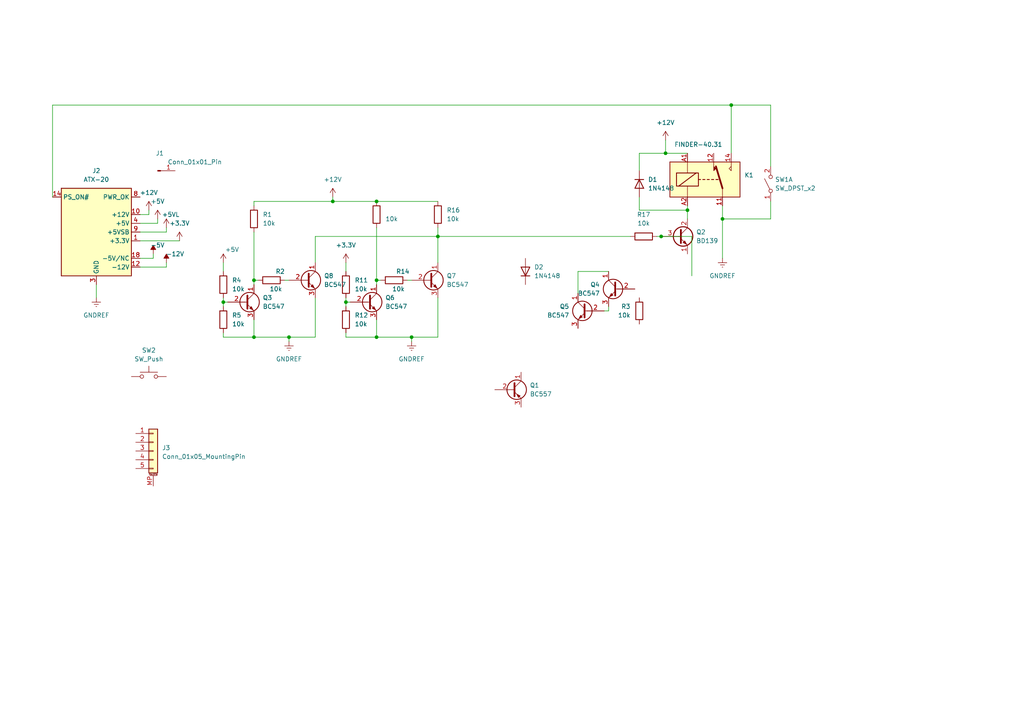
<source format=kicad_sch>
(kicad_sch (version 20230121) (generator eeschema)
  (paper "A4")
  (lib_symbols
    (symbol "Connector:ATX-20"
      (property "Reference" "J" (at -8.89 13.97 0))
      (property "Value" "ATX-20" (at 6.35 13.97 0))
      (symbol "ATX-20_0_1"
        (rectangle (start -10.16 12.7) (end 10.16 -12.7) (stroke (width 0.254)) (fill (type background)))
      )
      (symbol "ATX-20_1_1"
        (pin power_out line (at 12.7 -2.54 180) (length 2.54) (name "+3.3V") (number "1"))
        (pin power_out line (at 12.7 5.08 180) (length 2.54) (name "+12V") (number "10"))
        (pin passive line (at 12.7 -2.54 180) (length 2.54) hide (name "+3.3V") (number "11"))
        (pin power_out line (at 12.7 -10.16 180) (length 2.54) (name "-12V") (number "12"))
        (pin passive line (at 0 -15.24 90) (length 2.54) hide (name "GND") (number "13"))
        (pin open_collector line (at -12.7 10.16 0) (length 2.54) (name "PS_ON#") (number "14"))
        (pin passive line (at 0 -15.24 90) (length 2.54) hide (name "GND") (number "15"))
        (pin passive line (at 0 -15.24 90) (length 2.54) hide (name "GND") (number "16"))
        (pin passive line (at 0 -15.24 90) (length 2.54) hide (name "GND") (number "17"))
        (pin power_out line (at 12.7 -7.62 180) (length 2.54) (name "-5V/NC") (number "18"))
        (pin passive line (at 12.7 2.54 180) (length 2.54) hide (name "+5V") (number "19"))
        (pin passive line (at 12.7 -2.54 180) (length 2.54) hide (name "+3.3V") (number "2"))
        (pin passive line (at 12.7 2.54 180) (length 2.54) hide (name "+5V") (number "20"))
        (pin power_out line (at 0 -15.24 90) (length 2.54) (name "GND") (number "3"))
        (pin power_out line (at 12.7 2.54 180) (length 2.54) (name "+5V") (number "4"))
        (pin passive line (at 0 -15.24 90) (length 2.54) hide (name "GND") (number "5"))
        (pin passive line (at 12.7 2.54 180) (length 2.54) hide (name "+5V") (number "6"))
        (pin passive line (at 0 -15.24 90) (length 2.54) hide (name "GND") (number "7"))
        (pin output line (at 12.7 10.16 180) (length 2.54) (name "PWR_OK") (number "8"))
        (pin power_out line (at 12.7 0 180) (length 2.54) (name "+5VSB") (number "9"))
      )
    )
    (symbol "Connector:Conn_01x01_Pin" (pin_names (offset 1.016) hide)
      (property "Reference" "J" (at 0 2.54 0))
      (property "Value" "Conn_01x01_Pin" (at 0 -2.54 0))
      (symbol "Conn_01x01_Pin_1_1"
        (polyline (pts (xy 1.27 0) (xy 0.8636 0)) (stroke (width 0.1524)))
        (rectangle (start 0.8636 0.127) (end 0 -0.127) (stroke (width 0.1524)) (fill (type outline)))
        (pin passive line (at 5.08 0 180) (length 3.81) (name "Pin_1") (number "1"))
      )
    )
    (symbol "Connector_Generic_MountingPin:Conn_01x05_MountingPin" (pin_names (offset 1.016) hide)
      (property "Reference" "J" (at 0 7.62 0))
      (property "Value" "Conn_01x05_MountingPin" (at 1.27 -7.62 0))
      (symbol "Conn_01x05_MountingPin_1_1"
        (rectangle (start -1.27 -4.953) (end 0 -5.207) (stroke (width 0.1524)))
        (rectangle (start -1.27 -2.413) (end 0 -2.667) (stroke (width 0.1524)))
        (rectangle (start -1.27 0.127) (end 0 -0.127) (stroke (width 0.1524)))
        (rectangle (start -1.27 2.667) (end 0 2.413) (stroke (width 0.1524)))
        (rectangle (start -1.27 5.207) (end 0 4.953) (stroke (width 0.1524)))
        (rectangle (start -1.27 6.35) (end 1.27 -6.35) (stroke (width 0.254)) (fill (type background)))
        (polyline (pts (xy -1.016 -7.112) (xy 1.016 -7.112)) (stroke (width 0.1524)))
        (text "Mounting" (at 0 -6.731 0) (effects (font (size 0.381 0.381))))
        (pin passive line (at -5.08 5.08 0) (length 3.81) (name "Pin_1") (number "1"))
        (pin passive line (at -5.08 2.54 0) (length 3.81) (name "Pin_2") (number "2"))
        (pin passive line (at -5.08 0 0) (length 3.81) (name "Pin_3") (number "3"))
        (pin passive line (at -5.08 -2.54 0) (length 3.81) (name "Pin_4") (number "4"))
        (pin passive line (at -5.08 -5.08 0) (length 3.81) (name "Pin_5") (number "5"))
        (pin passive line (at 0 -10.16 90) (length 3.048) (name "MountPin") (number "MP"))
      )
    )
    (symbol "Device:R" (pin_numbers hide) (pin_names (offset 0))
      (property "Reference" "R" (at 2.032 0 90))
      (property "Value" "R" (at 0 0 90))
      (symbol "R_0_1"
        (rectangle (start -1.016 -2.54) (end 1.016 2.54) (stroke (width 0.254)))
      )
      (symbol "R_1_1"
        (pin passive line (at 0 3.81 270) (length 1.27) (name "~") (number "1"))
        (pin passive line (at 0 -3.81 90) (length 1.27) (name "~") (number "2"))
      )
    )
    (symbol "Diode:1N4148" (pin_numbers hide) (pin_names hide)
      (property "Reference" "D" (at 0 2.54 0))
      (property "Value" "1N4148" (at 0 -2.54 0))
      (symbol "1N4148_0_1"
        (polyline (pts (xy -1.27 1.27) (xy -1.27 -1.27)) (stroke (width 0.254)))
        (polyline (pts (xy 1.27 0) (xy -1.27 0)))
        (polyline (pts (xy 1.27 1.27) (xy 1.27 -1.27) (xy -1.27 0) (xy 1.27 1.27)) (stroke (width 0.254)))
      )
      (symbol "1N4148_1_1"
        (pin passive line (at -3.81 0 0) (length 2.54) (name "K") (number "1"))
        (pin passive line (at 3.81 0 180) (length 2.54) (name "A") (number "2"))
      )
    )
    (symbol "Relay:FINDER-40.31"
      (property "Reference" "K" (at 11.43 3.81 0))
      (property "Value" "FINDER-40.31" (at 11.43 1.27 0))
      (symbol "FINDER-40.31_0_0"
        (polyline (pts (xy 7.62 5.08) (xy 7.62 2.54) (xy 6.985 3.175) (xy 7.62 3.81)))
      )
      (symbol "FINDER-40.31_0_1"
        (rectangle (start -10.16 5.08) (end 10.16 -5.08) (stroke (width 0.254)) (fill (type background)))
        (rectangle (start -8.255 1.905) (end -1.905 -1.905) (stroke (width 0.254)))
        (polyline (pts (xy -7.62 -1.905) (xy -2.54 1.905)) (stroke (width 0.254)))
        (polyline (pts (xy -5.08 -5.08) (xy -5.08 -1.905)))
        (polyline (pts (xy -5.08 5.08) (xy -5.08 1.905)))
        (polyline (pts (xy -1.905 0) (xy -1.27 0)) (stroke (width 0.254)))
        (polyline (pts (xy -0.635 0) (xy 0 0)) (stroke (width 0.254)))
        (polyline (pts (xy 0.635 0) (xy 1.27 0)) (stroke (width 0.254)))
        (polyline (pts (xy 1.905 0) (xy 2.54 0)) (stroke (width 0.254)))
        (polyline (pts (xy 3.175 0) (xy 3.81 0)) (stroke (width 0.254)))
        (polyline (pts (xy 5.08 -2.54) (xy 3.175 3.81)) (stroke (width 0.508)))
        (polyline (pts (xy 5.08 -2.54) (xy 5.08 -5.08)))
        (polyline (pts (xy 2.54 5.08) (xy 2.54 2.54) (xy 3.175 3.175) (xy 2.54 3.81)) (fill (type outline)))
      )
      (symbol "FINDER-40.31_1_1"
        (pin passive line (at 5.08 -7.62 90) (length 2.54) (name "~") (number "11"))
        (pin passive line (at 2.54 7.62 270) (length 2.54) (name "~") (number "12"))
        (pin passive line (at 7.62 7.62 270) (length 2.54) (name "~") (number "14"))
        (pin passive line (at -5.08 7.62 270) (length 2.54) (name "~") (number "A1"))
        (pin passive line (at -5.08 -7.62 90) (length 2.54) (name "~") (number "A2"))
      )
    )
    (symbol "Switch:SW_DPST_x2" (pin_names (offset 0) hide)
      (property "Reference" "SW" (at 0 3.175 0))
      (property "Value" "SW_DPST_x2" (at 0 -2.54 0))
      (symbol "SW_DPST_x2_0_0"
        (circle (center -2.032 0) (radius 0.508))
        (polyline (pts (xy -1.524 0.254) (xy 1.524 1.778)))
        (circle (center 2.032 0) (radius 0.508))
      )
      (symbol "SW_DPST_x2_1_1"
        (pin passive line (at -5.08 0 0) (length 2.54) (name "A") (number "1"))
        (pin passive line (at 5.08 0 180) (length 2.54) (name "B") (number "2"))
      )
      (symbol "SW_DPST_x2_2_1"
        (pin passive line (at -5.08 0 0) (length 2.54) (name "A") (number "3"))
        (pin passive line (at 5.08 0 180) (length 2.54) (name "B") (number "4"))
      )
    )
    (symbol "Switch:SW_Push" (pin_numbers hide) (pin_names (offset 1.016) hide)
      (property "Reference" "SW" (at 1.27 2.54 0))
      (property "Value" "SW_Push" (at 0 -1.524 0))
      (symbol "SW_Push_0_1"
        (circle (center -2.032 0) (radius 0.508))
        (polyline (pts (xy 0 1.27) (xy 0 3.048)))
        (polyline (pts (xy 2.54 1.27) (xy -2.54 1.27)))
        (circle (center 2.032 0) (radius 0.508))
        (pin passive line (at -5.08 0 0) (length 2.54) (name "1") (number "1"))
        (pin passive line (at 5.08 0 180) (length 2.54) (name "2") (number "2"))
      )
    )
    (symbol "Transistor_BJT:BC547" (pin_names (offset 0) hide)
      (property "Reference" "Q" (at 5.08 1.905 0))
      (property "Value" "BC547" (at 5.08 0 0))
      (symbol "BC547_0_1"
        (polyline (pts (xy 0 0) (xy 0.635 0)))
        (polyline (pts (xy 0.635 0.635) (xy 2.54 2.54)))
        (polyline (pts (xy 0.635 -0.635) (xy 2.54 -2.54) (xy 2.54 -2.54)))
        (polyline (pts (xy 0.635 1.905) (xy 0.635 -1.905) (xy 0.635 -1.905)) (stroke (width 0.508)))
        (polyline (pts (xy 1.27 -1.778) (xy 1.778 -1.27) (xy 2.286 -2.286) (xy 1.27 -1.778) (xy 1.27 -1.778)) (fill (type outline)))
        (circle (center 1.27 0) (radius 2.8194) (stroke (width 0.254)))
      )
      (symbol "BC547_1_1"
        (pin passive line (at 2.54 5.08 270) (length 2.54) (name "C") (number "1"))
        (pin input line (at -5.08 0 0) (length 5.08) (name "B") (number "2"))
        (pin passive line (at 2.54 -5.08 90) (length 2.54) (name "E") (number "3"))
      )
    )
    (symbol "Transistor_BJT:BC557" (pin_names (offset 0) hide)
      (property "Reference" "Q" (at 5.08 1.905 0))
      (property "Value" "BC557" (at 5.08 0 0))
      (symbol "BC557_0_1"
        (polyline (pts (xy 0.635 0.635) (xy 2.54 2.54)))
        (polyline (pts (xy 0.635 -0.635) (xy 2.54 -2.54) (xy 2.54 -2.54)))
        (polyline (pts (xy 0.635 1.905) (xy 0.635 -1.905) (xy 0.635 -1.905)) (stroke (width 0.508)))
        (polyline (pts (xy 2.286 -1.778) (xy 1.778 -2.286) (xy 1.27 -1.27) (xy 2.286 -1.778) (xy 2.286 -1.778)) (fill (type outline)))
        (circle (center 1.27 0) (radius 2.8194) (stroke (width 0.254)))
      )
      (symbol "BC557_1_1"
        (pin passive line (at 2.54 5.08 270) (length 2.54) (name "C") (number "1"))
        (pin input line (at -5.08 0 0) (length 5.715) (name "B") (number "2"))
        (pin passive line (at 2.54 -5.08 90) (length 2.54) (name "E") (number "3"))
      )
    )
    (symbol "Transistor_BJT:BD139" (pin_names (offset 0) hide)
      (property "Reference" "Q" (at 5.08 1.905 0))
      (property "Value" "BD139" (at 5.08 0 0))
      (symbol "BD139_0_1"
        (polyline (pts (xy 0 0) (xy 0.635 0)))
        (polyline (pts (xy 2.54 -2.54) (xy 0.635 -0.635)))
        (polyline (pts (xy 2.54 2.54) (xy 0.635 0.635)))
        (polyline (pts (xy 0.635 1.905) (xy 0.635 -1.905) (xy 0.635 -1.905)) (stroke (width 0.508)) (fill (type outline)))
        (polyline (pts (xy 1.2446 -1.778) (xy 1.7526 -1.27) (xy 2.286 -2.286) (xy 1.2446 -1.778) (xy 1.2446 -1.778)) (fill (type outline)))
        (circle (center 1.27 0) (radius 2.8194) (stroke (width 0.3048)))
      )
      (symbol "BD139_1_1"
        (pin passive line (at 2.54 -5.08 90) (length 2.54) (name "E") (number "1"))
        (pin passive line (at 2.54 5.08 270) (length 2.54) (name "C") (number "2"))
        (pin input line (at -5.08 0 0) (length 5.08) (name "B") (number "3"))
      )
    )
    (symbol "power:+12V" (power) (pin_names (offset 0))
      (property "Value" "+12V" (at 0 3.556 0))
      (symbol "+12V_0_1"
        (polyline (pts (xy -0.762 1.27) (xy 0 2.54)))
        (polyline (pts (xy 0 0) (xy 0 2.54)))
        (polyline (pts (xy 0 2.54) (xy 0.762 1.27)))
      )
      (symbol "+12V_1_1"
        (pin power_in line (at 0 0 90) (length 0) hide (name "+12V") (number "1"))
      )
    )
    (symbol "power:+3.3V" (power) (pin_names (offset 0))
      (property "Value" "+3.3V" (at 0 3.556 0))
      (symbol "+3.3V_0_1"
        (polyline (pts (xy -0.762 1.27) (xy 0 2.54)))
        (polyline (pts (xy 0 0) (xy 0 2.54)))
        (polyline (pts (xy 0 2.54) (xy 0.762 1.27)))
      )
      (symbol "+3.3V_1_1"
        (pin power_in line (at 0 0 90) (length 0) hide (name "+3.3V") (number "1"))
      )
    )
    (symbol "power:+5V" (power) (pin_names (offset 0))
      (property "Value" "+5V" (at 0 3.556 0))
      (symbol "+5V_0_1"
        (polyline (pts (xy -0.762 1.27) (xy 0 2.54)))
        (polyline (pts (xy 0 0) (xy 0 2.54)))
        (polyline (pts (xy 0 2.54) (xy 0.762 1.27)))
      )
      (symbol "+5V_1_1"
        (pin power_in line (at 0 0 90) (length 0) hide (name "+5V") (number "1"))
      )
    )
    (symbol "power:+5VL" (power) (pin_names (offset 0))
      (property "Value" "+5VL" (at 0 3.556 0))
      (symbol "+5VL_0_1"
        (polyline (pts (xy -0.762 1.27) (xy 0 2.54)))
        (polyline (pts (xy 0 0) (xy 0 2.54)))
        (polyline (pts (xy 0 2.54) (xy 0.762 1.27)))
      )
      (symbol "+5VL_1_1"
        (pin power_in line (at 0 0 90) (length 0) hide (name "+5VL") (number "1"))
      )
    )
    (symbol "power:-12V" (power) (pin_names (offset 0))
      (property "Value" "-12V" (at 0 3.81 0))
      (symbol "-12V_0_0"
        (pin power_in line (at 0 0 90) (length 0) hide (name "-12V") (number "1"))
      )
      (symbol "-12V_0_1"
        (polyline (pts (xy 0 0) (xy 0 1.27) (xy 0.762 1.27) (xy 0 2.54) (xy -0.762 1.27) (xy 0 1.27)) (fill (type outline)))
      )
    )
    (symbol "power:-5V" (power) (pin_names (offset 0))
      (property "Value" "-5V" (at 0 3.81 0))
      (symbol "-5V_0_0"
        (pin power_in line (at 0 0 90) (length 0) hide (name "-5V") (number "1"))
      )
      (symbol "-5V_0_1"
        (polyline (pts (xy 0 0) (xy 0 1.27) (xy 0.762 1.27) (xy 0 2.54) (xy -0.762 1.27) (xy 0 1.27)) (fill (type outline)))
      )
    )
    (symbol "power:GNDREF" (power) (pin_names (offset 0))
      (property "Value" "GNDREF" (at 0 -3.81 0))
      (symbol "GNDREF_0_1"
        (polyline (pts (xy -0.635 -1.905) (xy 0.635 -1.905)))
        (polyline (pts (xy -0.127 -2.54) (xy 0.127 -2.54)))
        (polyline (pts (xy 0 -1.27) (xy 0 0)))
        (polyline (pts (xy 1.27 -1.27) (xy -1.27 -1.27)))
      )
      (symbol "GNDREF_1_1"
        (pin power_in line (at 0 0 270) (length 0) hide (name "GNDREF") (number "1"))
      )
    )
  )
  (junction (at 119.38 97.79))
  (junction (at 212.09 30.48))
  (junction (at 193.04 44.45))
  (junction (at 64.77 87.63))
  (junction (at 109.22 58.42))
  (junction (at 127 68.58))
  (junction (at 96.52 58.42))
  (junction (at 109.22 81.28))
  (junction (at 109.22 97.79))
  (junction (at 73.66 97.79))
  (junction (at 209.55 63.5))
  (junction (at 100.33 87.63))
  (junction (at 191.77 68.58))
  (junction (at 73.66 81.28))
  (junction (at 199.39 60.96))
  (junction (at 83.82 97.79))
  (wire (pts (xy 64.77 97.79) (xy 73.66 97.79)))
  (wire (pts (xy 223.52 48.26) (xy 223.52 30.48)))
  (wire (pts (xy 48.26 76.2) (xy 48.26 77.47)))
  (wire (pts (xy 48.26 67.31) (xy 48.26 66.04)))
  (wire (pts (xy 15.24 30.48) (xy 15.24 57.15)))
  (wire (pts (xy 73.66 97.79) (xy 83.82 97.79)))
  (wire (pts (xy 64.77 96.52) (xy 64.77 97.79)))
  (wire (pts (xy 45.72 64.77) (xy 40.64 64.77)))
  (wire (pts (xy 223.52 63.5) (xy 209.55 63.5)))
  (wire (pts (xy 64.77 87.63) (xy 64.77 88.9)))
  (wire (pts (xy 43.18 62.23) (xy 43.18 60.96)))
  (wire (pts (xy 96.52 58.42) (xy 73.66 58.42)))
  (wire (pts (xy 82.55 81.28) (xy 83.82 81.28)))
  (wire (pts (xy 15.24 30.48) (xy 212.09 30.48)))
  (wire (pts (xy 109.22 58.42) (xy 127 58.42)))
  (wire (pts (xy 73.66 92.71) (xy 73.66 97.79)))
  (wire (pts (xy 73.66 81.28) (xy 73.66 82.55)))
  (wire (pts (xy 190.5 68.58) (xy 191.77 68.58)))
  (wire (pts (xy 100.33 76.2) (xy 100.33 78.74)))
  (wire (pts (xy 96.52 57.15) (xy 96.52 58.42)))
  (wire (pts (xy 109.22 97.79) (xy 119.38 97.79)))
  (wire (pts (xy 40.64 62.23) (xy 43.18 62.23)))
  (wire (pts (xy 127 68.58) (xy 182.88 68.58)))
  (wire (pts (xy 100.33 96.52) (xy 100.33 97.79)))
  (wire (pts (xy 109.22 66.04) (xy 109.22 81.28)))
  (wire (pts (xy 223.52 58.42) (xy 223.52 63.5)))
  (wire (pts (xy 193.04 44.45) (xy 199.39 44.45)))
  (wire (pts (xy 191.77 68.58) (xy 200.66 68.58)))
  (wire (pts (xy 100.33 87.63) (xy 101.6 87.63)))
  (wire (pts (xy 193.04 40.64) (xy 193.04 44.45)))
  (wire (pts (xy 45.72 63.5) (xy 45.72 64.77)))
  (wire (pts (xy 100.33 97.79) (xy 109.22 97.79)))
  (wire (pts (xy 209.55 59.69) (xy 209.55 63.5)))
  (wire (pts (xy 48.26 77.47) (xy 40.64 77.47)))
  (wire (pts (xy 185.42 49.53) (xy 185.42 44.45)))
  (wire (pts (xy 40.64 69.85) (xy 52.07 69.85)))
  (wire (pts (xy 127 86.36) (xy 127 97.79)))
  (wire (pts (xy 73.66 67.31) (xy 73.66 81.28)))
  (wire (pts (xy 40.64 67.31) (xy 48.26 67.31)))
  (wire (pts (xy 199.39 60.96) (xy 199.39 63.5)))
  (wire (pts (xy 109.22 81.28) (xy 110.49 81.28)))
  (wire (pts (xy 109.22 92.71) (xy 109.22 97.79)))
  (wire (pts (xy 118.11 81.28) (xy 119.38 81.28)))
  (wire (pts (xy 209.55 63.5) (xy 209.55 74.93)))
  (wire (pts (xy 176.53 88.9) (xy 176.53 90.17)))
  (wire (pts (xy 176.53 78.74) (xy 167.64 78.74)))
  (wire (pts (xy 44.45 73.66) (xy 44.45 74.93)))
  (wire (pts (xy 91.44 68.58) (xy 127 68.58)))
  (wire (pts (xy 83.82 97.79) (xy 83.82 99.06)))
  (wire (pts (xy 109.22 81.28) (xy 109.22 82.55)))
  (wire (pts (xy 64.77 86.36) (xy 64.77 87.63)))
  (wire (pts (xy 100.33 86.36) (xy 100.33 87.63)))
  (wire (pts (xy 167.64 78.74) (xy 167.64 85.09)))
  (wire (pts (xy 199.39 59.69) (xy 199.39 60.96)))
  (wire (pts (xy 40.64 74.93) (xy 44.45 74.93)))
  (wire (pts (xy 73.66 58.42) (xy 73.66 59.69)))
  (wire (pts (xy 119.38 97.79) (xy 119.38 99.06)))
  (wire (pts (xy 127 68.58) (xy 127 76.2)))
  (wire (pts (xy 185.42 60.96) (xy 185.42 57.15)))
  (wire (pts (xy 127 66.04) (xy 127 68.58)))
  (wire (pts (xy 27.94 82.55) (xy 27.94 86.36)))
  (wire (pts (xy 91.44 86.36) (xy 91.44 97.79)))
  (wire (pts (xy 185.42 44.45) (xy 193.04 44.45)))
  (wire (pts (xy 223.52 30.48) (xy 212.09 30.48)))
  (wire (pts (xy 73.66 81.28) (xy 74.93 81.28)))
  (wire (pts (xy 96.52 58.42) (xy 109.22 58.42)))
  (wire (pts (xy 176.53 90.17) (xy 175.26 90.17)))
  (wire (pts (xy 199.39 60.96) (xy 185.42 60.96)))
  (wire (pts (xy 64.77 87.63) (xy 66.04 87.63)))
  (wire (pts (xy 64.77 76.2) (xy 64.77 78.74)))
  (wire (pts (xy 91.44 97.79) (xy 83.82 97.79)))
  (wire (pts (xy 100.33 87.63) (xy 100.33 88.9)))
  (wire (pts (xy 91.44 76.2) (xy 91.44 68.58)))
  (wire (pts (xy 127 97.79) (xy 119.38 97.79)))
  (wire (pts (xy 212.09 30.48) (xy 212.09 44.45)))
  (wire (pts (xy 200.66 68.58) (xy 200.66 80.01)))
  (symbol (lib_id "Transistor_BJT:BC557") (at 148.59 113.03 0) (unit 1)
    (property "Reference" "Q1" (at 153.67 111.76 0) (effects (justify left)))
    (property "Value" "BC557" (at 153.67 114.3 0) (effects (justify left)))
    (property "Footprint" "Package_TO_SOT_THT:TO-92_Inline" (effects hide))
    (property "Datasheet" "https://www.onsemi.com/pub/Collateral/BC556BTA-D.pdf" (effects hide))
  )
  (symbol (lib_id "power:-12V") (at 48.26 76.2 0) (unit 1)
    (property "Reference" "#PWR014" (effects hide))
    (property "Value" "-12V" (at 50.8 73.66 0))
  )
  (symbol (lib_id "Switch:SW_Push") (at 43.18 109.22 0) (unit 1)
    (property "Reference" "SW2" (at 43.18 101.6 0))
    (property "Value" "SW_Push" (at 43.18 104.14 0))
  )
  (symbol (lib_id "Device:R") (at 109.22 62.23 0) (unit 1)
    (property "Reference" "R13" (effects hide))
    (property "Value" "10k" (at 111.76 63.5 0) (effects (justify left)))
  )
  (symbol (lib_id "Diode:1N4148") (at 152.4 78.74 90) (unit 1)
    (property "Reference" "D2" (at 154.94 77.47 90) (effects (justify right)))
    (property "Value" "1N4148" (at 154.94 80.01 90) (effects (justify right)))
    (property "Footprint" "Diode_THT:D_DO-35_SOD27_P7.62mm_Horizontal" (effects hide))
    (property "Datasheet" "https://assets.nexperia.com/documents/data-sheet/1N4148_1N4448.pdf" (effects hide))
    (property "Sim.Device" "D" (effects hide))
    (property "Sim.Pins" "1=K 2=A" (effects hide))
  )
  (symbol (lib_id "Device:R") (at 64.77 92.71 0) (unit 1)
    (property "Reference" "R5" (at 67.31 91.44 0) (effects (justify left)))
    (property "Value" "10k" (at 67.31 93.98 0) (effects (justify left)))
  )
  (symbol (lib_id "Device:R") (at 100.33 92.71 0) (unit 1)
    (property "Reference" "R12" (at 102.87 91.44 0) (effects (justify left)))
    (property "Value" "10k" (at 102.87 93.98 0) (effects (justify left)))
  )
  (symbol (lib_id "Transistor_BJT:BC547") (at 88.9 81.28 0) (unit 1)
    (property "Reference" "Q8" (at 93.98 80.01 0) (effects (justify left)))
    (property "Value" "BC547" (at 93.98 82.55 0) (effects (justify left)))
    (property "Footprint" "Package_TO_SOT_THT:TO-92_Inline" (effects hide))
    (property "Datasheet" "https://www.onsemi.com/pub/Collateral/BC550-D.pdf" (effects hide))
  )
  (symbol (lib_id "power:+12V") (at 193.04 40.64 0) (unit 1)
    (property "Reference" "#PWR09" (effects hide))
    (property "Value" "+12V" (at 193.04 35.56 0))
  )
  (symbol (lib_id "Relay:FINDER-40.31") (at 204.47 52.07 0) (unit 1)
    (property "Reference" "K1" (at 215.9 50.8 0) (effects (justify left)))
    (property "Value" "FINDER-40.31" (at 195.58 41.91 0) (effects (justify left)))
    (property "Footprint" "Relay_THT:Relay_SPDT_Finder_40.31" (effects hide))
    (property "Datasheet" "http://gfinder.findernet.com/assets/Series/353/S40EN.pdf" (effects hide))
  )
  (symbol (lib_id "Transistor_BJT:BD139") (at 196.85 68.58 0) (unit 1)
    (property "Reference" "Q2" (at 201.93 67.31 0) (effects (justify left)))
    (property "Value" "BD139" (at 201.93 69.85 0) (effects (justify left)))
    (property "Footprint" "Package_TO_SOT_THT:TO-126-3_Vertical" (effects hide))
    (property "Datasheet" "http://www.st.com/internet/com/TECHNICAL_RESOURCES/TECHNICAL_LITERATURE/DATASHEET/CD00001225.pdf" (effects hide))
  )
  (symbol (lib_id "power:+12V") (at 96.52 57.15 0) (unit 1)
    (property "Reference" "#PWR02" (effects hide))
    (property "Value" "+12V" (at 96.52 52.07 0))
  )
  (symbol (lib_id "Device:R") (at 114.3 81.28 90) (unit 1)
    (property "Reference" "R14" (at 116.84 78.74 90))
    (property "Value" "10k" (at 115.57 83.82 90))
  )
  (symbol (lib_id "power:-5V") (at 44.45 73.66 0) (unit 1)
    (property "Reference" "#PWR013" (effects hide))
    (property "Value" "-5V" (at 45.72 71.12 0))
  )
  (symbol (lib_id "power:GNDREF") (at 83.82 99.06 0) (unit 1)
    (property "Reference" "#PWR01" (effects hide))
    (property "Value" "GNDREF" (at 83.82 104.14 0))
  )
  (symbol (lib_id "Transistor_BJT:BC547") (at 124.46 81.28 0) (unit 1)
    (property "Reference" "Q7" (at 129.54 80.01 0) (effects (justify left)))
    (property "Value" "BC547" (at 129.54 82.55 0) (effects (justify left)))
    (property "Footprint" "Package_TO_SOT_THT:TO-92_Inline" (effects hide))
    (property "Datasheet" "https://www.onsemi.com/pub/Collateral/BC550-D.pdf" (effects hide))
  )
  (symbol (lib_id "Transistor_BJT:BC547") (at 179.07 83.82 0) (mirror y) (unit 1)
    (property "Reference" "Q4" (at 173.99 82.55 0) (effects (justify left)))
    (property "Value" "BC547" (at 173.99 85.09 0) (effects (justify left)))
    (property "Footprint" "Package_TO_SOT_THT:TO-92_Inline" (effects hide))
    (property "Datasheet" "https://www.onsemi.com/pub/Collateral/BC550-D.pdf" (effects hide))
  )
  (symbol (lib_id "Device:R") (at 73.66 63.5 0) (unit 1)
    (property "Reference" "R1" (at 76.2 62.23 0) (effects (justify left)))
    (property "Value" "10k" (at 76.2 64.77 0) (effects (justify left)))
  )
  (symbol (lib_id "power:GNDREF") (at 209.55 74.93 0) (unit 1)
    (property "Reference" "#PWR08" (effects hide))
    (property "Value" "GNDREF" (at 209.55 80.01 0))
  )
  (symbol (lib_id "power:GNDREF") (at 27.94 86.36 0) (unit 1)
    (property "Reference" "#PWR07" (effects hide))
    (property "Value" "GNDREF" (at 27.94 91.44 0))
  )
  (symbol (lib_id "Transistor_BJT:BC547") (at 71.12 87.63 0) (unit 1)
    (property "Reference" "Q3" (at 76.2 86.36 0) (effects (justify left)))
    (property "Value" "BC547" (at 76.2 88.9 0) (effects (justify left)))
    (property "Footprint" "Package_TO_SOT_THT:TO-92_Inline" (effects hide))
    (property "Datasheet" "https://www.onsemi.com/pub/Collateral/BC550-D.pdf" (effects hide))
  )
  (symbol (lib_id "power:GNDREF") (at 119.38 99.06 0) (unit 1)
    (property "Reference" "#PWR011" (effects hide))
    (property "Value" "GNDREF" (at 119.38 104.14 0))
  )
  (symbol (lib_id "Connector_Generic_MountingPin:Conn_01x05_MountingPin") (at 44.45 130.81 0) (unit 1)
    (property "Reference" "J3" (at 46.99 129.8956 0) (effects (justify left)))
    (property "Value" "Conn_01x05_MountingPin" (at 46.99 132.4356 0) (effects (justify left)))
  )
  (symbol (lib_id "power:+3.3V") (at 52.07 69.85 0) (unit 1)
    (property "Reference" "#PWR010" (effects hide))
    (property "Value" "+3.3V" (at 52.07 64.77 0))
  )
  (symbol (lib_id "Device:R") (at 185.42 90.17 0) (mirror x) (unit 1)
    (property "Reference" "R3" (at 182.88 88.9 0) (effects (justify right)))
    (property "Value" "10k" (at 182.88 91.44 0) (effects (justify right)))
  )
  (symbol (lib_id "Device:R") (at 78.74 81.28 90) (unit 1)
    (property "Reference" "R2" (at 81.28 78.74 90))
    (property "Value" "10k" (at 80.01 83.82 90))
  )
  (symbol (lib_id "power:+5VL") (at 48.26 66.04 0) (unit 1)
    (property "Reference" "#PWR012" (effects hide))
    (property "Value" "+5VL" (at 49.53 62.23 0))
  )
  (symbol (lib_id "Device:R") (at 64.77 82.55 0) (unit 1)
    (property "Reference" "R4" (at 67.31 81.28 0) (effects (justify left)))
    (property "Value" "10k" (at 67.31 83.82 0) (effects (justify left)))
  )
  (symbol (lib_id "Switch:SW_DPST_x2") (at 223.52 53.34 90) (unit 1)
    (property "Reference" "SW1" (at 224.79 52.07 90) (effects (justify right)))
    (property "Value" "SW_DPST_x2" (at 224.79 54.61 90) (effects (justify right)))
  )
  (symbol (lib_id "Device:R") (at 127 62.23 0) (unit 1)
    (property "Reference" "R16" (at 129.54 60.96 0) (effects (justify left)))
    (property "Value" "10k" (at 129.54 63.5 0) (effects (justify left)))
  )
  (symbol (lib_id "Diode:1N4148") (at 185.42 53.34 270) (unit 1)
    (property "Reference" "D1" (at 187.96 52.07 90) (effects (justify left)))
    (property "Value" "1N4148" (at 187.96 54.61 90) (effects (justify left)))
    (property "Footprint" "Diode_THT:D_DO-35_SOD27_P7.62mm_Horizontal" (effects hide))
    (property "Datasheet" "https://assets.nexperia.com/documents/data-sheet/1N4148_1N4448.pdf" (effects hide))
    (property "Sim.Device" "D" (effects hide))
    (property "Sim.Pins" "1=K 2=A" (effects hide))
  )
  (symbol (lib_id "power:+5V") (at 45.72 63.5 0) (unit 1)
    (property "Reference" "#PWR06" (effects hide))
    (property "Value" "+5V" (at 45.72 58.42 0))
  )
  (symbol (lib_id "Connector:Conn_01x01_Pin") (at 45.72 49.53 0) (unit 1)
    (property "Reference" "J1" (at 46.355 44.45 0))
    (property "Value" "Conn_01x01_Pin" (at 56.515 46.99 0))
  )
  (symbol (lib_id "Transistor_BJT:BC547") (at 170.18 90.17 0) (mirror y) (unit 1)
    (property "Reference" "Q5" (at 165.1 88.9 0) (effects (justify left)))
    (property "Value" "BC547" (at 165.1 91.44 0) (effects (justify left)))
    (property "Footprint" "Package_TO_SOT_THT:TO-92_Inline" (effects hide))
    (property "Datasheet" "https://www.onsemi.com/pub/Collateral/BC550-D.pdf" (effects hide))
  )
  (symbol (lib_id "Connector:ATX-20") (at 27.94 67.31 0) (unit 1)
    (property "Reference" "J2" (at 27.94 49.53 0))
    (property "Value" "ATX-20" (at 27.94 52.07 0))
    (property "Datasheet" "https://web.aub.edu.lb/pub/docs/atx_201.pdf#page=20" (effects hide))
  )
  (symbol (lib_id "power:+3.3V") (at 100.33 76.2 0) (unit 1)
    (property "Reference" "#PWR04" (effects hide))
    (property "Value" "+3.3V" (at 100.33 71.12 0))
  )
  (symbol (lib_id "Transistor_BJT:BC547") (at 106.68 87.63 0) (unit 1)
    (property "Reference" "Q6" (at 111.76 86.36 0) (effects (justify left)))
    (property "Value" "BC547" (at 111.76 88.9 0) (effects (justify left)))
    (property "Footprint" "Package_TO_SOT_THT:TO-92_Inline" (effects hide))
    (property "Datasheet" "https://www.onsemi.com/pub/Collateral/BC550-D.pdf" (effects hide))
  )
  (symbol (lib_id "Device:R") (at 186.69 68.58 90) (unit 1)
    (property "Reference" "R17" (at 186.69 62.23 90))
    (property "Value" "10k" (at 186.69 64.77 90))
  )
  (symbol (lib_id "power:+12V") (at 43.18 60.96 0) (unit 1)
    (property "Reference" "#PWR05" (effects hide))
    (property "Value" "+12V" (at 43.18 55.88 0))
  )
  (symbol (lib_id "Device:R") (at 100.33 82.55 0) (unit 1)
    (property "Reference" "R11" (at 102.87 81.28 0) (effects (justify left)))
    (property "Value" "10k" (at 102.87 83.82 0) (effects (justify left)))
  )
  (symbol (lib_id "power:+5V") (at 64.77 76.2 0) (unit 1)
    (property "Reference" "#PWR03" (effects hide))
    (property "Value" "+5V" (at 67.31 72.39 0))
  )
)
</source>
